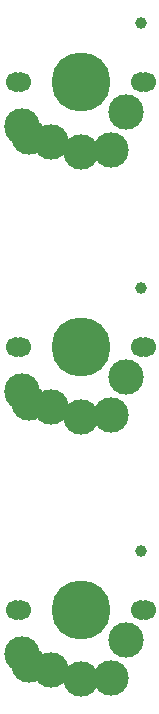
<source format=gts>
G04 #@! TF.GenerationSoftware,KiCad,Pcbnew,(7.0.0)*
G04 #@! TF.CreationDate,2023-09-22T15:52:12-05:00*
G04 #@! TF.ProjectId,stab_tester,73746162-5f74-4657-9374-65722e6b6963,rev?*
G04 #@! TF.SameCoordinates,Original*
G04 #@! TF.FileFunction,Soldermask,Top*
G04 #@! TF.FilePolarity,Negative*
%FSLAX46Y46*%
G04 Gerber Fmt 4.6, Leading zero omitted, Abs format (unit mm)*
G04 Created by KiCad (PCBNEW (7.0.0)) date 2023-09-22 15:52:12*
%MOMM*%
%LPD*%
G01*
G04 APERTURE LIST*
%ADD10C,1.000000*%
%ADD11C,1.701800*%
%ADD12C,3.000000*%
%ADD13C,5.000000*%
%ADD14C,0.990600*%
%ADD15C,3.400000*%
G04 APERTURE END LIST*
D10*
X119062500Y-80168750D03*
D11*
X113562500Y-80168750D03*
X113982500Y-80168750D03*
D12*
X114062500Y-83918750D03*
X114062500Y-83968750D03*
X114662500Y-84868750D03*
X116522500Y-85248750D03*
D13*
X119062500Y-80168750D03*
D12*
X119062500Y-86068750D03*
X121662500Y-85918750D03*
X122872500Y-82708750D03*
D11*
X124142500Y-80168750D03*
D14*
X124212500Y-75168750D03*
D11*
X124562500Y-80168750D03*
X113562500Y-102393750D03*
X113982500Y-102393750D03*
D12*
X114062500Y-106143750D03*
X114062500Y-106193750D03*
X114662500Y-107093750D03*
X116522500Y-107473750D03*
D13*
X119062500Y-102393750D03*
D12*
X119062500Y-108293750D03*
X121662500Y-108143750D03*
X122872500Y-104933750D03*
D11*
X124142500Y-102393750D03*
D14*
X124212500Y-97393750D03*
D11*
X124562500Y-102393750D03*
D15*
X119062500Y-57711234D03*
D11*
X113562500Y-57711234D03*
X113982500Y-57711234D03*
D12*
X114062500Y-61461234D03*
X114062500Y-61511234D03*
X114662500Y-62411234D03*
X116522500Y-62791234D03*
D13*
X119062500Y-57711234D03*
D12*
X119062500Y-63611234D03*
X121662500Y-63461234D03*
X122872500Y-60251234D03*
D11*
X124142500Y-57711234D03*
D14*
X124212500Y-52711234D03*
D11*
X124562500Y-57711234D03*
M02*

</source>
